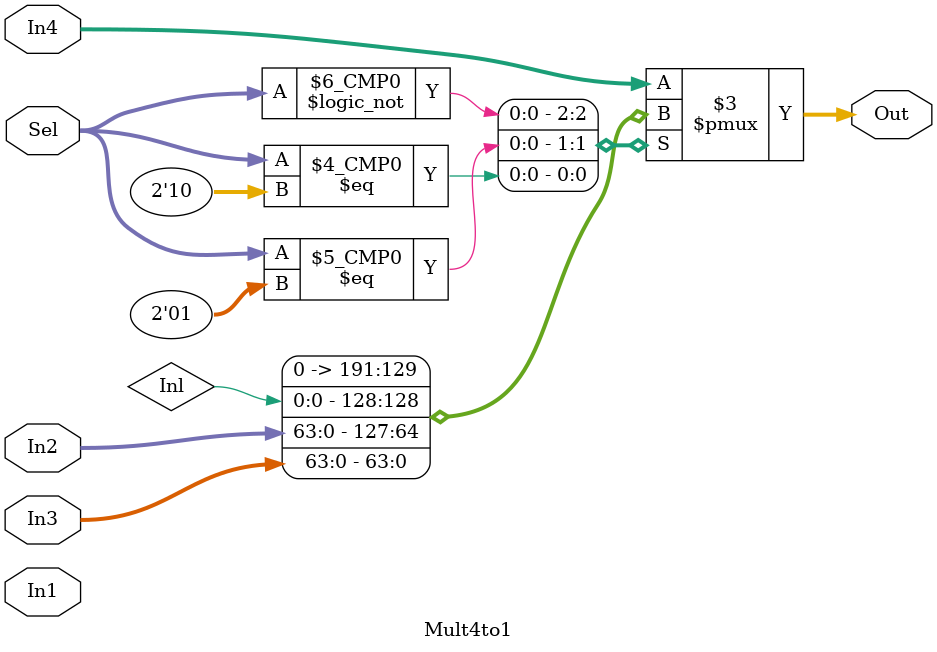
<source format=v>
module Mult4to1 (In1, In2, In3, In4, Sel, Out);
    input [63:0] In1, In2, In3, In4; //four 64-bit inputs
    input [1:0] Sel; //selector signal
    output reg [63:0] Out; // 64-bit output
    always @(In1, In2, In3, In4, Sel)
        case (Sel) // a 4->1 multiplexor
            0: Out <= Inl;
            1: Out <= In2;
            2: Out <= In3;
            default: Out <= In4;
        endcase
endmodule
</source>
